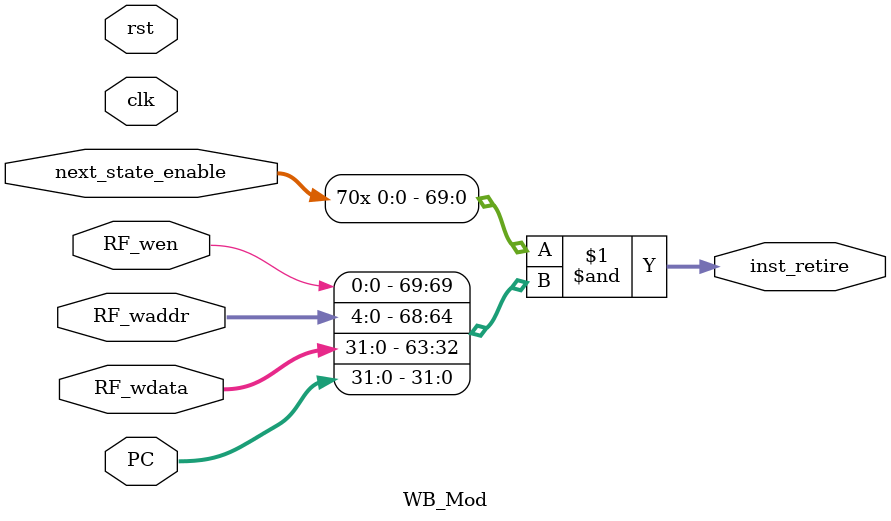
<source format=v>
`timescale 10ns / 1ns

module custom_cpu (
    input clk,
    input rst,

    //Instruction request channel
    output [31:0] PC,
    output        Inst_Req_Valid,
    input         Inst_Req_Ready,

    //Instruction response channel
    input  [31:0] Instruction,
    input         Inst_Valid,
    output        Inst_Ready,

    //Memory request channel
    output [31:0] Address,
    output        MemWrite,
    output [31:0] Write_data,
    output [ 3:0] Write_strb,
    output        MemRead,
    input         Mem_Req_Ready,

    //Memory data response channel
    input  [31:0] Read_data,
    input         Read_data_Valid,
    output        Read_data_Ready,

    input intr, //中断信号，此处暂时不用

    output [31:0] cpu_perf_cnt_0,
    output [31:0] cpu_perf_cnt_1,
    output [31:0] cpu_perf_cnt_2,
    output [31:0] cpu_perf_cnt_3,
    output [31:0] cpu_perf_cnt_4,
    output [31:0] cpu_perf_cnt_5,
    output [31:0] cpu_perf_cnt_6,
    output [31:0] cpu_perf_cnt_7,
    output [31:0] cpu_perf_cnt_8,
    output [31:0] cpu_perf_cnt_9,
    output [31:0] cpu_perf_cnt_10,
    output [31:0] cpu_perf_cnt_11,
    output [31:0] cpu_perf_cnt_12,
    output [31:0] cpu_perf_cnt_13,
    output [31:0] cpu_perf_cnt_14,
    output [31:0] cpu_perf_cnt_15,

    output [69:0] inst_retire
);


  // TODO: Please add your custom CPU code here

  //----------------------------------------------------------------------------
  // Parameter Definitions
  // (Grouped here for clarity, used across stages)
  //----------------------------------------------------------------------------

  //控制流水线是否前进
    wire next_state_enable;
	wire jorb_type; //流水线中ID阶段的指令是不是（可能）会跳转的指令
	wire is_jorb;   //流水线中ID阶段的指令是不是要跳转的指令
    wire IF_Mod_Ready;
    wire MEM_Mod_Ready;
    wire W_before_R_LD;  //先写后读（有访存）
	wire [31:0] Ahead_value1; //前递值
	wire [31:0] Ahead_value2; //前递值
    assign next_state_enable = IF_Mod_Ready & MEM_Mod_Ready;
    
    wire [6:0] funct_length7 = IF_ID_IR[31:25];
	wire [4:0] rs2           = IF_ID_IR[24:20];
	wire [4:0] rs1           = IF_ID_IR[19:15];
	wire [2:0] funct_length3 = IF_ID_IR[14:12];
	wire [4:0] rd            = IF_ID_IR[11: 7];
    wire [6:0] Opcode        = IF_ID_IR[ 6: 0];
	wire U_type;
	wire J_type;
	wire I_type;
	wire B_type;
	wire S_type;
	wire R_type;
	wire I_LOAD_type;
	assign U_type      = Opcode == 7'b0110111 || Opcode == 7'b0010111;
    assign J_type      = Opcode == 7'b1101111;
	assign I_type      = Opcode == 7'b0010011 || Opcode == 7'b1100111;
	assign B_type      = Opcode == 7'b1100011;
	assign S_type      = Opcode == 7'b0100011;
    assign R_type      = Opcode == 7'b0110011;
	assign I_LOAD_type = Opcode == 7'b0000011;

//前递信号,ALU和shifter结果作为RF_wdata时，可以前递；有访存时，如果该指令以及到MEM和WB级流水，也可以前递
//          注意：零号寄存器不前递！！！！        因为零号寄存器只能读出0 ！！！
    wire       ID_RF_wen;
	wire [4:0] ID_RF_waddr;
    reg        ID_EX_RF_wen;
	reg        EX_MEM_RF_wen;
	reg        MEM_WB_RF_wen;
	reg  [4:0] ID_EX_RF_waddr;
	reg  [4:0] EX_MEM_RF_waddr;
	reg  [4:0] MEM_WB_RF_waddr;
	always @(posedge clk)begin
	    if(rst)begin
		    ID_EX_RF_waddr <= 5'b0;
			ID_EX_RF_wen   <= 1'b0;
			EX_MEM_RF_waddr<= 5'b0;
			EX_MEM_RF_wen  <= 1'b0;
			MEM_WB_RF_waddr<= 5'b0;
			MEM_WB_RF_wen  <= 1'b0;  
		end
		else begin
		    if(next_state_enable && ~W_before_R_LD)begin
			    ID_EX_RF_waddr <= ID_RF_waddr;
			    ID_EX_RF_wen   <= ID_RF_wen;
			    EX_MEM_RF_waddr<= ID_EX_RF_waddr;
			    EX_MEM_RF_wen  <= ID_EX_RF_wen;
			    MEM_WB_RF_waddr<= EX_MEM_RF_waddr;
			    MEM_WB_RF_wen  <= EX_MEM_RF_wen;
			end
			else if(next_state_enable && W_before_R_LD)begin
		        ID_EX_RF_waddr <= 5'b0;
			    ID_EX_RF_wen   <= 1'b0;		
				EX_MEM_RF_waddr<= ID_EX_RF_waddr;
				EX_MEM_RF_wen  <= ID_EX_RF_wen;
				MEM_WB_RF_waddr<= EX_MEM_RF_waddr;
				MEM_WB_RF_wen  <= EX_MEM_RF_wen; 	    
			end
		end
	end

	wire [4:0] ID_reg1   = IF_ID_IR[19:15];
	wire [4:0] ID_reg2   = IF_ID_IR[24:20];
	wire [4:0] EX_waddr  = ID_EX_IR[11:7];
	wire [4:0] MEM_waddr = EX_MEM_IR[11:7];
	wire [4:0] WB_waddr  = MEM_WB_IR[11:7];
	wire [31:0] EX_RF_wdata;
	wire W_before_R_reg1; //rs1的先写后读
	wire W_before_R_reg2; //rs2的先写后读
	assign W_before_R_reg1 = ID_reg1 == 5'b0 ? 1'b0 : (ID_reg1 == EX_waddr && ID_EX_RF_wen ) || (ID_reg1 == MEM_waddr && EX_MEM_RF_wen )|| (ID_reg1 == WB_waddr && MEM_WB_RF_wen );
	assign W_before_R_reg2 = ID_reg2 == 5'b0 ? 1'b0 : (ID_reg2 == EX_waddr && ID_EX_RF_wen ) || (ID_reg2 == MEM_waddr && EX_MEM_RF_wen )|| (ID_reg2 == WB_waddr && MEM_WB_RF_wen );
    assign Ahead_value1 = (ID_reg1 == EX_waddr && ID_EX_RF_wen )   ? EX_RF_wdata :
	                      (ID_reg1 == MEM_waddr && EX_MEM_RF_wen ) ? MEM_RF_wdata:
						                                          MEM_WB_RF_wdata; 
    assign Ahead_value2 = (ID_reg2 == EX_waddr && ID_EX_RF_wen )   ? EX_RF_wdata :
	                      (ID_reg2 == MEM_waddr && EX_MEM_RF_wen ) ? MEM_RF_wdata:
						                         MEM_WB_RF_wdata;
    
//有访存的先写后读，需要NOP等待;EX阶段有一个LOAD指令，但是LOAD值在MEM之后才会得到，所以要等待
//EX阶段的，要等一次流水
    wire EX_I_LOAD_type = ID_EX_IR[6:0] == 7'b0000011;
	assign W_before_R_LD = 
	(ID_reg1 == EX_waddr && EX_I_LOAD_type && ID_EX_RF_wen && ~(ID_reg1 == 5'b0)) || 
	(ID_reg2 == EX_waddr && EX_I_LOAD_type && ID_EX_RF_wen && ~(ID_reg1 == 5'b0)); 
//MEM阶段冲突，看似不冲突，但是因为访存之前就会先行计算is_jorb,所以应该在访存结束后再更新一次PC
    wire MEM_I_LOAD_type = EX_MEM_IR[6:0] == 7'b0000011; 
	assign W_before_R_LD_MEM = 
	(ID_reg1 == MEM_waddr && MEM_I_LOAD_type && EX_MEM_RF_wen && ~(ID_reg1 == 5'b0)) || 
	(ID_reg2 == MEM_waddr && MEM_I_LOAD_type && EX_MEM_RF_wen && ~(ID_reg1 == 5'b0));

  //寄存器模块实例化
	wire [31:0] rdata1;
	wire [31:0] rdata2;
	wire [ 4:0] rs1;
	wire [ 4:0] rs2;

	reg_file instance_reg_file(
        .clk(clk),
		.waddr(inst_retire[68:64]),
		.raddr1(rs1),
		.raddr2(rs2),
		.wen(inst_retire[69]),
		.wdata(inst_retire[63:32]),
		.rdata1(rdata1),
		.rdata2(rdata2)
	);
   
   //--------------------------------------------------------
   //流水各个模块实例化和互联
    
//IF_Mod
    wire [31:0] IF_PC;
	wire [31:0] next_pc;
    reg  [31:0] IF_ID_PC;
    reg  [31:0] ID_EX_PC;
    reg  [31:0] EX_MEM_PC;
    reg  [31:0] MEM_WB_PC;
	assign PC = IF_PC;
    always @(posedge clk)begin
        if(rst)begin
	        IF_ID_PC  <= 32'b0;
		    ID_EX_PC  <= 32'b0;
		    EX_MEM_PC <= 32'b0;
		    MEM_WB_PC <= 32'b0;
	    end
	    else begin
	        if(next_state_enable && ~W_before_R_LD )begin
		        IF_ID_PC  <= IF_PC;
			    ID_EX_PC  <= IF_ID_PC;
			    EX_MEM_PC <= ID_EX_PC;
			    MEM_WB_PC <= EX_MEM_PC;
		    end
			else if(next_state_enable && W_before_R_LD )begin
			    IF_ID_PC <= IF_ID_PC;
				ID_EX_PC <= 32'b0;
				EX_MEM_PC<= ID_EX_PC;
				MEM_WB_PC<= EX_MEM_PC;
			end
			// else if(next_state_enable && ~W_before_R_LD && is_jorb)begin
			//     IF_ID_PC <= 32'b0;
			// 	ID_EX_PC <= IF_ID_PC;
			// 	EX_MEM_PC<= ID_EX_PC;
			// 	MEM_WB_PC<= EX_MEM_PC;			
			// end
			// else if(next_state_enable && W_before_R_LD && is_jorb)begin
			//     IF_ID_PC <= 32'b0;
			// 	ID_EX_PC <= 32'b0;
			// 	EX_MEM_PC<= ID_EX_PC;
			// 	MEM_WB_PC<= EX_MEM_PC;			
			// end
	    end
    end

    wire [31:0] IF_IR;
    reg  [31:0] IF_ID_IR;
    reg  [31:0] ID_EX_IR;
    reg  [31:0] EX_MEM_IR;
    reg  [31:0] MEM_WB_IR;
    always @(posedge clk)begin
        if(rst)begin
		    IF_ID_IR  <= 32'b0;
			ID_EX_IR  <= 32'b0;
			EX_MEM_IR <= 32'b0;
			MEM_WB_IR <= 32'b0;
		end
		else begin
		    if(next_state_enable && ~W_before_R_LD )begin
			    IF_ID_IR  <= IF_IR;
				ID_EX_IR  <= IF_ID_IR;
				EX_MEM_IR <= ID_EX_IR;
				MEM_WB_IR <= EX_MEM_IR;
			end
			else if(next_state_enable && W_before_R_LD )begin
			    IF_ID_IR <= IF_ID_IR;
				ID_EX_IR <= 32'b0;
				EX_MEM_IR<= ID_EX_IR;
				MEM_WB_IR<= EX_MEM_IR;
			end
			// else if(next_state_enable && ~W_before_R_LD && is_jorb)begin
			//     IF_ID_IR <= 32'b0;
			// 	ID_EX_IR <= IF_ID_IR;
			// 	EX_MEM_IR<= ID_EX_IR;
			// 	MEM_WB_IR<= EX_MEM_IR;			
			// end
			// else if(next_state_enable && W_before_R_LD && is_jorb)begin
			//     IF_ID_IR <= 32'b0;
			// 	ID_EX_IR <= 32'b0;
			// 	EX_MEM_IR<= ID_EX_IR;
			// 	MEM_WB_IR<= EX_MEM_IR;			
			// end
		end
    end

    IF_Mod instance_IF_Mod(
        .clk(clk),
		.rst(rst),
		.next_state_enable(next_state_enable),
		.W_before_R_LD(W_before_R_LD),
		.W_before_R_LD_MEM(W_before_R_LD_MEM),
		.Instruction(Instruction),
		.Inst_Valid(Inst_Valid),
		.Inst_Req_Ready(Inst_Req_Ready),
		.PC(IF_PC),
		.next_pc(next_pc),
		.MEM_Mod_Ready(MEM_Mod_Ready),
		.jorb_type(jorb_type),
		.is_jorb(is_jorb),
        .Inst_Ready(Inst_Ready),
		.Inst_Req_Valid(Inst_Req_Valid),
		.IF_Mod_Ready(IF_Mod_Ready),
		.IR(IF_IR)
    );

  //------------------------------------------------------------------------------------  
  //ID_Mod
  //------------------------------------------------------------------------------------

	wire [31:0] shifter_A;
	wire [31:0] shifter_B;
	wire [31:0] ALU_A;
	wire [31:0] ALU_B;
	wire [ 1:0] shifter_op;
	wire [ 2:0] ALU_op;
	wire [ 4:0] rs1;
	wire [ 4:0] rs2;
	reg [31:0] ID_EX_shifter_A;
	reg [31:0] ID_EX_shifter_B;
	reg [31:0] ID_EX_ALU_A;
	reg [31:0] ID_EX_ALU_B;
	reg [ 1:0] ID_EX_shifter_op;
	reg [ 2:0] ID_EX_ALU_op;
	reg [ 4:0] ID_EX_rs1;
	reg [ 4:0] ID_EX_rs2;
    always @(posedge clk)begin
	    if(rst)begin
			ID_EX_ALU_A <= 32'b0;
			ID_EX_ALU_B <= 32'b0;
			ID_EX_ALU_op <= 3'b0;
			ID_EX_rs1 <= 5'b0;
			ID_EX_rs2 <= 5'b0;
			ID_EX_shifter_A <= 32'b0;
			ID_EX_shifter_B <= 32'b0;
			ID_EX_shifter_op <= 2'b0;
	    end
		else begin
		    if(next_state_enable && ~W_before_R_LD)begin
				ID_EX_ALU_A <= ALU_A;
			    ID_EX_ALU_B <= ALU_B;
			    ID_EX_ALU_op <= ALU_op;
			    ID_EX_rs1 <= rs1;
			    ID_EX_rs2 <= rs2;
			    ID_EX_shifter_A <= shifter_A;
			    ID_EX_shifter_B <= shifter_B;
			    ID_EX_shifter_op <= shifter_op;		
			end
			else if(next_state_enable && W_before_R_LD)begin
			    ID_EX_ALU_A <= 32'b0;
			    ID_EX_ALU_B <= 32'b0;
			    ID_EX_ALU_op <= 3'b0;
			    ID_EX_rs1 <= 5'b0;
			    ID_EX_rs2 <= 5'b0;
			    ID_EX_shifter_A <= 32'b0;
			    ID_EX_shifter_B <= 32'b0;
			    ID_EX_shifter_op <= 2'b0;
			end
		end
	end

	wire [31:0] ID_Write_data;
	reg  [31:0] ID_EX_Write_data;
	reg  [31:0] EX_MEM_Write_data;
	always @(posedge clk)begin
	    if(rst)begin
		    ID_EX_Write_data <= 32'b0;
			EX_MEM_Write_data <= 32'b0;
		end
		else begin
			if(next_state_enable && ~W_before_R_LD && ~is_jorb)begin
			    ID_EX_Write_data <= ID_Write_data;
			    EX_MEM_Write_data <= ID_EX_Write_data;			
			end
			else if(next_state_enable && (W_before_R_LD || is_jorb))begin
			    ID_EX_Write_data <= 32'b0;
			    EX_MEM_Write_data <= ID_EX_Write_data;			
			end
		end
	end
    ID_Mod instance_ID_Mod(
        .clk(clk),
		.rst(rst),
		.IR(IF_ID_IR),
		.PC(IF_ID_PC),
		.next_pc(next_pc),
		.jorb_type(jorb_type),
		.is_jorb(is_jorb),
		.shifter_A(shifter_A),
		.shifter_B(shifter_B),
		.ALU_A(ALU_A),
		.ALU_B(ALU_B),
		.shifter_op(shifter_op),
		.ALU_op(ALU_op),
		.rdata1(rdata1),
		.rdata2(rdata2),
		.rs1(rs1),
		.rs2(rs2),
		.RF_wen(ID_RF_wen),
		.RF_waddr(ID_RF_waddr),
		.Write_data(ID_Write_data),
		.W_before_R_reg1(W_before_R_reg1),
		.W_before_R_reg2(W_before_R_reg2),
		.Ahead_value1(Ahead_value1),
		.Ahead_value2(Ahead_value2)
	); 

//----------------------------------------------------------------------
//EX_Mod
//----------------------------------------------------------------------
    wire [31:0] EX_ALU_result;
	wire [31:0] EX_shifter_result;
	reg  [31:0] EX_MEM_ALU_result;
	reg  [31:0] EX_MEM_shifter_result;
	always @(posedge clk)begin
	    if(rst)begin
		    EX_MEM_ALU_result <= 32'b0;
			EX_MEM_shifter_result <= 32'b0;
		end
        else begin
		    if(next_state_enable)begin
			    EX_MEM_ALU_result <= EX_ALU_result;
				EX_MEM_shifter_result <= EX_shifter_result;
			end
		end
	end

	EX_Mod instance_EX_Mod(
        .clk(clk),
		.rst(rst),
		.shifter_A(ID_EX_shifter_A),
		.shifter_B(ID_EX_shifter_B),
		.shifter_op(ID_EX_shifter_op),
		.ALU_A(ID_EX_ALU_A),
		.ALU_B(ID_EX_ALU_B),
		.ALU_op(ID_EX_ALU_op),
		.PC(ID_EX_PC),
		.IR(ID_EX_IR),
		.ALU_result(EX_ALU_result),
		.Shifter_result(EX_shifter_result),
		.EX_RF_wdata(EX_RF_wdata)
	);

//--------------------------------------------------------------------
//MEM_Mod
//--------------------------------------------------------------------
    wire [31:0] MEM_RF_wdata;
	reg  [31:0] MEM_WB_RF_wdata;
	always @(posedge clk)begin
	    if(rst)begin
		    MEM_WB_RF_wdata <= 32'b0;
		end
		else if(next_state_enable)begin
		    MEM_WB_RF_wdata <= MEM_RF_wdata;
		end
	end   

    MEM_Mod instance_MEM_MOD(
        .clk(clk),
		.rst(rst),
		.next_state_enable(next_state_enable),
		.IR(EX_MEM_IR),
		.PC(EX_MEM_PC),
		.ALU_result(EX_MEM_ALU_result),
		.Shifter_result(EX_MEM_shifter_result),
		.read_data(Read_data),
		.Read_data_Valid(Read_data_Valid),
		.Mem_Req_Ready(Mem_Req_Ready),
		.Address(Address),
		.Write_strb(Write_strb),
		.Write_data_in(EX_MEM_Write_data),
		.Write_data(Write_data),
		.MemRead(MemRead),
		.MemWrite(MemWrite),
		.Read_data_Ready(Read_data_Ready),
		.RF_wdata(MEM_RF_wdata),
		.MEM_Mod_Ready(MEM_Mod_Ready)
	);	

//--------------------------------------------------------------------
//WB_Mod
//--------------------------------------------------------------------
    WB_Mod instance_WB_Mod(
        .RF_waddr(MEM_WB_RF_waddr),
		.RF_wen(MEM_WB_RF_wen),
		.RF_wdata(MEM_WB_RF_wdata),
		.PC(MEM_WB_PC),
		.rst(rst),
		.clk(clk),
		.next_state_enable(next_state_enable),
		.inst_retire(inst_retire)
	);

//功能计数器
   reg [31:0] cycle_cnt;
   always @(posedge clk) begin
      if(rst == 1'b1) begin
	     cycle_cnt <= 32'b0;
	  end
	  else begin
	     cycle_cnt <= cycle_cnt + 32'b1;
	  end
   end
   assign cpu_perf_cnt_0 = cycle_cnt;

    reg [31:0] ins_cnt;
	assign cpu_perf_cnt_1  = ins_cnt;
    always @(posedge clk) begin
        if (rst)
            ins_cnt <= 32'b0;
        else if (ID_EX_IR != 32'b0 && next_state_enable)
            ins_cnt <= ins_cnt + 32'b1;
    end
   

endmodule


//------------------------------------------------------------
//IF模块
module IF_Mod(
    input             clk,
    input             rst,
	input             next_state_enable,
	input             W_before_R_LD,
	input             W_before_R_LD_MEM,
    input      [31:0] Instruction,
	input             Inst_Valid,
	input             Inst_Req_Ready,
	input             jorb_type,
	input             is_jorb,       //不是跳转的话，直接取pc+4，如果是，那就重新取
	output reg [31:0] PC,            //当前指令的pc，要传给ID
	input      [31:0] next_pc,       //ID译码计算出下一条指令的pc，用来取指
    input             MEM_Mod_Ready, //用于更新W_before_R_LD_reg,让MEM访存结束后再动IF
	output            Inst_Ready,
	output            Inst_Req_Valid,
	output            IF_Mod_Ready,
	output reg [31:0] IR
);
    always @(posedge clk)begin
        if (rst) begin
            PC <= 32'b0;
        end
        // else if(current_state == RDY)begin
		// 	PC <= {{32{is_jorb}} & next_pc} | {{32{!is_jorb}} & {PC+4}};
        // end
		else if(current_state == INIT )begin
		    PC <= next_pc;
		end
		// else if(current_state == IF && W_before_R_LD_MEM)begin
		//     PC <= next_pc;
		// end
	end

    reg  [4:0] current_state_reg;
	reg  [4:0] next_state_reg;
	wire [4:0] current_state;
	assign current_state = current_state_reg;

	localparam INIT = 5'b00001,//用于W_before_R_LD时，等待;用于更新PC
	           IF   = 5'b00010,
			   IW   = 5'b00100,
			   STA  = 5'b01000,
			   RDY  = 5'b10000; // 之前打算用于更新PC，debug之后

	// reg W_before_R_LD_reg; //用于保存先写后读信号，这样可以等待MEM先访存
	// always @(posedge clk)begin
	// 	if(MEM_Mod_Ready)begin
	//         W_before_R_LD_reg <= W_before_R_LD;		
	// 	end
	// end

	always @(posedge clk)begin
	    if(rst) begin
		    current_state_reg <= INIT;
		end
		else begin
		    current_state_reg <= next_state_reg;
		end
	end

	always @(*)begin
        case (current_state_reg)
		    INIT:begin
                if(rst)begin
				    next_state_reg = current_state_reg;
				end
				else begin
                    if(jorb_type)begin
					    if(W_before_R_LD)begin
						    next_state_reg = current_state_reg;
						end
						else if(~W_before_R_LD && ~MEM_Mod_Ready)begin
						    next_state_reg = current_state_reg;
						end
						else begin
						    next_state_reg = IF;
						end					    
					end
					else begin
					    if(W_before_R_LD)begin
						    next_state_reg = current_state_reg;
						end
						else begin
						    next_state_reg = IF;
						end
					end
				    // if(W_before_R_LD)begin
					//     next_state_reg = current_state_reg;
					// end
					// else begin
					//     next_state_reg = IF;
					// end
				end
			end
			IF:begin
				if(Inst_Req_Ready == 1'b1 ) begin //
					next_state_reg = IW;
				end
				else begin 
					next_state_reg = current_state_reg;
				end			
			end
			IW:begin
				if(Inst_Valid == 1'b1) begin
					next_state_reg = STA;
				end
				else begin
					next_state_reg = current_state_reg;
				end
			end
            STA:begin
			    if(next_state_enable)begin
				    next_state_reg = INIT;
				end
				else begin
				    next_state_reg = current_state_reg;
				end
			end
			// RDY:begin
			// 	// if(W_before_R_LD)begin
			// 	// 	next_state_reg = current_state_reg;
			// 	// end
			// 	// else begin
			// 	    next_state_reg = INIT;
			// 	//end	
			// end
		endcase			
	end

    always @(posedge clk) begin
        if (rst) begin
           IR <= 32'b0;
        end
        else if (current_state == IW && Inst_Valid) begin
            IR <= Instruction;
        end
    end

	assign Inst_Ready = (current_state == INIT) || (current_state == IW);
	assign Inst_Req_Valid = (current_state == IF);
	assign IF_Mod_Ready = current_state == STA || (current_state == INIT && (W_before_R_LD ));
endmodule

//-------------------------------------------------------------
//ID模块
module ID_Mod(
	input         clk,
    input         rst,
    input  [31:0] IR,
	input  [31:0] PC,
	output [31:0] next_pc,
	output        jorb_type,//记录这条指令是不是会跳转
	output        is_jorb,
	output [31:0] shifter_A,
	output [ 4:0] shifter_B,
	output [31:0] ALU_A,
	output [31:0] ALU_B,
	output [ 1:0] shifter_op,
	output [ 2:0] ALU_op,
	input  [31:0] rdata1,
	input  [31:0] rdata2,
	output [ 4:0] rs1,
	output [ 4:0] rs2,
	output        RF_wen,
	output [ 4:0] RF_waddr,
	output [31:0] Write_data,
	input         W_before_R_reg1,
	input         W_before_R_reg2,
    input  [31:0] Ahead_value1,
	input  [31:0] Ahead_value2 
);

    //指令码分解 
    wire [6:0] funct_length7 = IR[31:25];
	assign     rs2           = IR[24:20];
	assign     rs1           = IR[19:15];
	wire [2:0] funct_length3 = IR[14:12];
	wire [4:0] rd            = IR[11: 7];
    wire [6:0] Opcode        = IR[ 6: 0];

    //指令码类型分类
	wire U_type;
	wire J_type;
	wire I_type;
	wire B_type;
	wire S_type;
	wire R_type;
	wire I_LOAD_type;

	assign U_type      = Opcode == 7'b0110111 | Opcode == 7'b0010111;
    assign J_type      = Opcode == 7'b1101111;
	assign I_type      = Opcode == 7'b0010011 | Opcode == 7'b1100111;
	assign B_type      = Opcode == 7'b1100011;
	assign S_type      = Opcode == 7'b0100011;
    assign R_type      = Opcode == 7'b0110011;
	assign I_LOAD_type = Opcode == 7'b0000011;

	wire [31:0] I_imm;
	wire [31:0] S_imm;
	wire [31:0] B_imm;
	wire [31:0] U_imm;
	wire [31:0] J_imm;

    wire [31:0] renew_rdata1;//在前递之后，更新的rdata1
    wire [31:0] renew_rdata2;//在前递之后，更新的rdata2
	assign renew_rdata1 = W_before_R_reg1 ? Ahead_value1 : rdata1;
	assign renew_rdata2 = W_before_R_reg2 ? Ahead_value2 : rdata2; 

	assign shifter_op = funct_length7[5] == 1'b1 ? 2'b11 : funct_length3[2:1];
    assign shifter_B  = R_type ? renew_rdata2[4:0] : I_imm[4:0];
	assign shifter_A  = renew_rdata1;

	assign I_imm = {{20{IR[31]}},IR[31:20]};
	assign S_imm = {{20{IR[31]}},funct_length7,rd};
	assign B_imm = {{20{IR[31]}},IR[7],IR[30:25],IR[11:8],1'b0};
	assign U_imm = {IR[31:12],{12{1'b0}}};
	assign J_imm = {{12{IR[31]}},IR[19:12],IR[20],IR[30:21],1'b0};

	assign ALU_A = Opcode == 7'b0110111 ? 32'b0     :
	               Opcode == 7'b0010111 ? PC    :
				                          renew_rdata1; 
    assign ALU_B = (Opcode == 7'b0110111 || Opcode == 7'b0010111) ? U_imm :
	                Opcode == 7'b0100011                          ? S_imm :
				   (Opcode == 7'b0000011 || Opcode == 7'b0010011) ? I_imm :
				                                                    renew_rdata2;

    assign ALU_op = (Opcode == 7'b0010011 | Opcode == 7'b0110011) && funct_length3 == 3'b111 ? 3'b000 :
	               (Opcode == 7'b0010011 | Opcode == 7'b0110011) && funct_length3 == 3'b110 ? 3'b001 :
				   (Opcode == 7'b0010011 | Opcode == 7'b0110011) && funct_length3 == 3'b100 ? 3'b100 :
				   (Opcode == 7'b0010011 | Opcode == 7'b0110011) && funct_length3 == 3'b011 || (Opcode == 7'b1100011 & funct_length3[2] & funct_length3[1]) ? 3'b011 :
				   ((Opcode == 7'b0010011 | Opcode == 7'b0110011) && funct_length3 == 3'b010) || (Opcode == 7'b1100011 & funct_length3[2] & ~funct_length3[1]) ? 3'b111 :
				   (Opcode == 7'b0110011 && funct_length7[5] == 1'b1) || (Opcode == 7'b1100011 & ~funct_length3[2]) ? 3'b110 :
				   (Opcode == 7'b0110011 && funct_length7[0] == 1'b1)                                               ? 3'b101 :
				                                                                                                      3'b010 ;

 	assign Write_data = funct_length3 == 3'b000 ? {4{renew_rdata2[ 7:0]}} :
	                    funct_length3 == 3'b001 ? {2{renew_rdata2[15:0]}} :
						                          renew_rdata2            ;

    assign RF_wen = IR == 32'b0          ? 0 :
	                Opcode == 7'b1100011 ? 0 :
	                Opcode == 7'b0100011 ? 0 : 
					                       1 ;
    assign RF_waddr = rd;
    
	//提前使用alu判断is_jorb，简化分支预测
	wire Zero;
    wire [31:0] ALU_result;
	alu instance_alu(
        .A(ALU_A),
		.B(ALU_B),
		.ALUop(ALU_op),
		.Zero(Zero),
		.Result(ALU_result)
	);
	
	assign jorb_type = Opcode == 7'b1101111 || Opcode == 7'b1100111 || Opcode == 7'b1100011;
    assign is_jorb = Opcode == 7'b1101111 || Opcode == 7'b1100111    ? 1'b1            :
                     Opcode != 7'b1100011                            ? 1'b0            :
			     	 funct_length3 == 3'b000                         ? Zero            :
			    	 funct_length3 == 3'b001                         ? ~Zero           :
				     funct_length3 == 3'b100|funct_length3 == 3'b110 ? ALU_result [0] :
				     funct_length3 == 3'b101|funct_length3 == 3'b111 ? ~ALU_result[0] :
				                                                      1'b0            ;

    wire [31:0] tem_renew_rdata1;   
    assign tem_renew_rdata1 = renew_rdata1+I_imm; 
	assign next_pc = IR == 32'b0          ? PC       :
	                 is_jorb == 1'b0      ? PC+4     : 
	                 Opcode == 7'b1101111 ? PC+J_imm :
                     Opcode == 7'b1100111 ? {tem_renew_rdata1[31:1],1'b0} :
				     Opcode == 7'b1100011 ? PC+B_imm : 32'b0;

endmodule

//-------------------------------------------------------------
//EX模块
module EX_Mod(
	input         clk,
    input         rst,
	input  [31:0] shifter_A,
    input  [ 4:0] shifter_B,
	input  [ 1:0] shifter_op,
	output [31:0] Shifter_result,
	input  [31:0] ALU_A,
	input  [31:0] ALU_B,
	input  [ 2:0] ALU_op,
	output [31:0] ALU_result,
	input  [31:0] PC,
	input  [31:0] IR,
    output [31:0] EX_RF_wdata
);
//shifter模块
    shifter instance_shifter(
		.Shiftop(shifter_op),
		.A(shifter_A),
		.B(shifter_B),
	    .Result(Shifter_result)
	);

//ALU模块
    alu instance_alu(
        .A(ALU_A),
		.B(ALU_B),
		.ALUop(ALU_op),
		.Zero(Zero),
		.Result(ALU_result)
	);

	wire [6:0] Opcode;
	wire Zero;
	wire [2:0] funct_length3;
	assign funct_length3 = IR[14:12];
	assign Opcode = IR[6:0];
	assign EX_RF_wdata = Opcode == 7'b1101111 || Opcode == 7'b1100111 ? PC+4             :
					     Opcode == 7'b0010011 && (funct_length3 == 3'b001 || funct_length3 == 3'b101) ? Shifter_result :
					     Opcode == 7'b0110011 && (funct_length3 == 3'b001 || funct_length3 == 3'b101) ? Shifter_result :
					                                                                                    ALU_result     ; 
endmodule
    
//-------------------------------------------------------------
//MEM模块
module MEM_Mod(
    input         clk,
    input         rst,
	input         next_state_enable,
	input  [31:0] IR,
	input  [31:0] PC,
	input  [31:0] ALU_result,
	input  [31:0] Shifter_result,
	input  [31:0] read_data,
	input         Read_data_Valid,
	input         Mem_Req_Ready,
	output [31:0] Address,
	output [ 3:0] Write_strb,
	input  [31:0] Write_data_in,
	output [31:0] Write_data,
	output        MemRead,
	output        MemWrite, 
	output        Read_data_Ready,
	output [31:0] RF_wdata,
	output        MEM_Mod_Ready
);
    wire [6:0] funct_length7 = IR[31:25];
	wire [4:0] rs2           = IR[24:20];
	wire [4:0] rs1           = IR[19:15];
	wire [2:0] funct_length3 = IR[14:12];
	wire [4:0] rd            = IR[11: 7];
    wire [6:0] Opcode        = IR[ 6: 0];

    assign Address = {ALU_result[31:2],2'b00};

	wire [3:0] SB_strb;
	wire [3:0] SH_strb;
	wire [3:0] SW_strb;
	assign SB_strb = ALU_result[1:0] == 2'b00 ? 4'b0001 :
	                 ALU_result[1:0] == 2'b01 ? 4'b0010 :
					 ALU_result[1:0] == 2'b10 ? 4'b0100 :
					                            4'b1000 ;
	assign SH_strb = ALU_result[1:0] == 2'b00 ? 4'b0011 :
	                                            4'b1100 ;
	assign SW_strb = 4'b1111;
	assign Write_strb = funct_length3 == 3'b000 ? SB_strb :
	                    funct_length3 == 3'b001 ? SH_strb :
						                          SW_strb ;
	assign Write_data = Write_data_in;
    
	reg [6:0] current_state;
	reg [6:0] next_state;
	localparam INIT   = 7'b0000001,
	           RDY    = 7'b0000010,
	           ST     = 7'b0000100,
	           NMEM   = 7'b0001000,
			   LD     = 7'b0010000,
               RDW    = 7'b0100000,
			   STA    = 7'b1000000;

    wire RDY_ST;
	wire RDY_NMEM;
	wire RDY_LD;
	wire I_type;
	wire B_type;
	wire S_type;
	wire U_type;
	wire J_type;
	wire R_type;
	wire I_LOAD_type;
	assign U_type      = Opcode == 7'b0110111 | Opcode == 7'b0010111;
    assign J_type      = Opcode == 7'b1101111;
	assign I_type      = Opcode == 7'b0010011 | Opcode == 7'b1100111;
	assign B_type      = Opcode == 7'b1100011;
	assign S_type      = Opcode == 7'b0100011;
    assign R_type      = Opcode == 7'b0110011;
	assign I_LOAD_type = Opcode == 7'b0000011;
	assign RDY_NMEM = B_type | R_type | I_type | J_type | U_type;					
	assign RDY_LD = I_LOAD_type;
	assign RDY_ST = S_type;

	always @(posedge clk) begin
	    if(rst) begin
		    current_state <= INIT;
		end
		else begin
		    current_state <= next_state;
		end
	end

	always @(*)begin
	    case(current_state)
		    INIT:begin
			    if(IR != 32'b0)begin
				    next_state = RDY;
				end
				else begin
				    next_state = current_state;
				end
			end
		    RDY:begin
			    if(RDY_LD)begin
				    next_state = LD;
				end
				else if(RDY_NMEM)begin
				    next_state = NMEM;
				end
				else if(RDY_ST) begin
				    next_state = ST;
				end
				else begin 
				    next_state = STA;
				end
			end
			ST:begin
			    if(Mem_Req_Ready)begin
				    next_state = STA;
				end
				else begin
				    next_state = current_state;
				end
			end
			NMEM:begin
				next_state = STA;
			end
			LD:begin
			    if(Mem_Req_Ready)begin
				    next_state = RDW;
				end
				else begin
				    next_state = current_state;
				end
			end
			RDW:begin
			    if(Read_data_Valid)begin
				    next_state = STA;
				end
				else begin
				    next_state = current_state;
				end
			end
			STA:begin
			    if(next_state_enable)begin
				    next_state = RDY;
				end
				else begin
				    next_state = current_state;
				end
			end
		endcase
	end

	assign Read_data_Ready = current_state == RDW;
	assign MemRead         = current_state == LD;
	assign MemWrite        = current_state == ST;
    assign MEM_Mod_Ready   = (current_state == INIT) | (current_state == STA);

	wire [31:0] Read_data_extend;
	wire [31:0] Read_data_extend_LB;
	wire [31:0] Read_data_extend_LBU;
	wire [31:0] Read_data_extend_LH;
	wire [31:0] Read_data_extend_LHU;
	wire [31:0] Read_data_extend_LW;
    reg  [31:0] Read_data;
	always @(posedge clk)begin
	    if(current_state == RDW)begin
		    Read_data <= read_data;
		end
	end

	assign Read_data_extend_LB = ALU_result[1:0] == 2'b00 ? {{24{Read_data[ 7]}},Read_data[ 7: 0]} :
	                             ALU_result[1:0] == 2'b01 ? {{24{Read_data[15]}},Read_data[15: 8]} :
								 ALU_result[1:0] == 2'b10 ? {{24{Read_data[23]}},Read_data[23:16]} :
								                            {{24{Read_data[31]}},Read_data[31:24]} ;
	assign Read_data_extend_LH = ALU_result[1:0] == 2'b00 ? {{16{Read_data[15]}},Read_data[15: 0]} :
	                                                        {{16{Read_data[31]}},Read_data[31:16]} ;
	assign Read_data_extend_LW = Read_data;
	assign Read_data_extend_LBU = ALU_result[1:0] == 2'b00 ? {{24{1'b0}},Read_data[ 7: 0]} :
	                              ALU_result[1:0] == 2'b01 ? {{24{1'b0}},Read_data[15: 8]} :
								  ALU_result[1:0] == 2'b10 ? {{24{1'b0}},Read_data[23:16]} :
								                             {{24{1'b0}},Read_data[31:24]} ;
    assign Read_data_extend_LHU = ALU_result[1:0] == 2'b00 ? {{16{1'b0}},Read_data[15: 0]} :
	                                                         {{16{1'b0}},Read_data[31:16]} ;
	assign Read_data_extend = funct_length3 == 3'b000 ? Read_data_extend_LB :
	                          funct_length3 == 3'b001 ? Read_data_extend_LH :
							  funct_length3 == 3'b010 ? Read_data_extend_LW :
							  funct_length3 == 3'b100 ? Read_data_extend_LBU:
							                            Read_data_extend_LHU;
	assign RF_wdata = Opcode == 7'b1101111 || Opcode == 7'b1100111 ? PC+4             :
	                  Opcode == 7'b0000011                         ? Read_data_extend :
					  Opcode == 7'b0010011 && (funct_length3 == 3'b001 || funct_length3 == 3'b101) ? Shifter_result :
					  Opcode == 7'b0110011 && (funct_length3 == 3'b001 || funct_length3 == 3'b101) ? Shifter_result :
					                                                                                 ALU_result     ;  
endmodule

//--------------------------------------------------------------
//WB模块
module WB_Mod(
    input  [ 4:0] RF_waddr,
	input         RF_wen,
	input         clk,
	input         rst,
	input  [31:0] RF_wdata,
	input  [31:0] PC,
	input         next_state_enable,
	output [69:0] inst_retire
);
	assign inst_retire = {70{next_state_enable}} & {RF_wen, RF_waddr, RF_wdata,PC};
endmodule
</source>
